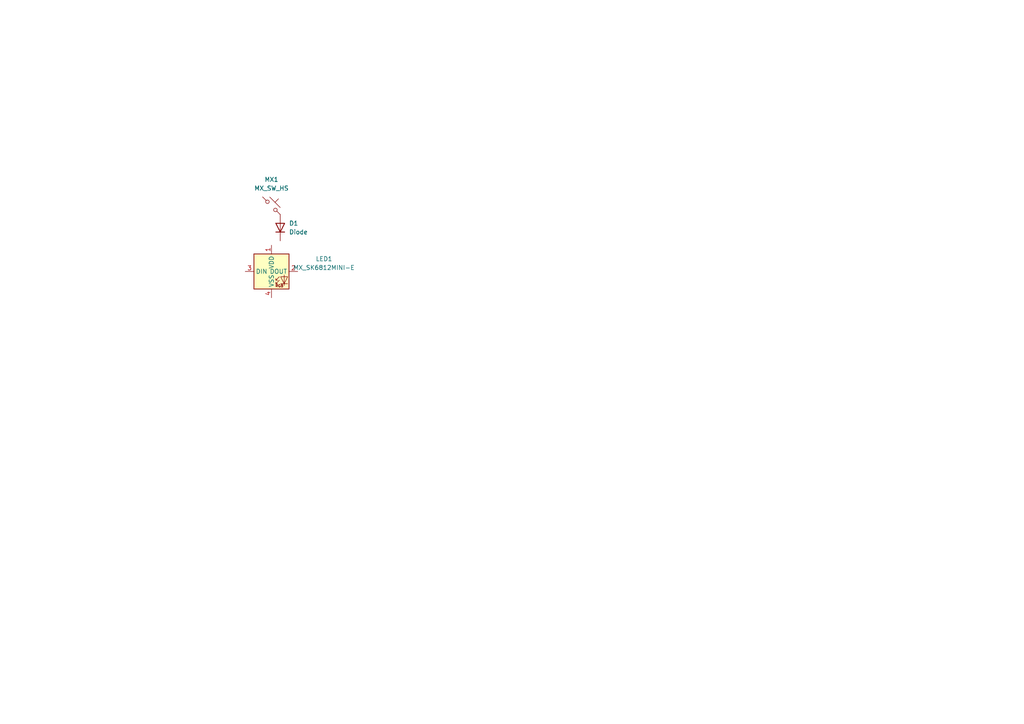
<source format=kicad_sch>
(kicad_sch (version 20230121) (generator eeschema)
  (paper "A4")
  (lib_symbols
    (symbol "PCM_marbastlib-mx:MX_SK6812MINI-E"
      (property "Reference" "LED" (at 3.175 6.35 0))
      (property "Value" "MX_SK6812MINI-E" (at 10.16 -6.985 0))
      (symbol "MX_SK6812MINI-E_0_0"
        (text "RGB" (at 2.286 -4.191 0) (effects (font (size 0.762 0.762))))
      )
      (symbol "MX_SK6812MINI-E_0_1"
        (rectangle (start -5.08 5.08) (end 5.08 -5.08) (stroke (width 0.254)) (fill (type background)))
        (polyline (pts (xy 1.27 -3.556) (xy 1.778 -3.556)))
        (polyline (pts (xy 1.27 -2.54) (xy 1.778 -2.54)))
        (polyline (pts (xy 4.699 -3.556) (xy 2.667 -3.556)))
        (polyline (pts (xy 2.286 -2.54) (xy 1.27 -3.556) (xy 1.27 -3.048)))
        (polyline (pts (xy 2.286 -1.524) (xy 1.27 -2.54) (xy 1.27 -2.032)))
        (polyline (pts (xy 3.683 -1.016) (xy 3.683 -3.556) (xy 3.683 -4.064)))
        (polyline (pts (xy 4.699 -1.524) (xy 2.667 -1.524) (xy 3.683 -3.556) (xy 4.699 -1.524)))
      )
      (symbol "MX_SK6812MINI-E_1_1"
        (pin power_in line (at 0 7.62 270) (length 2.54) (name "VDD") (number "1"))
        (pin output line (at 7.62 0 180) (length 2.54) (name "DOUT") (number "2"))
        (pin input line (at -7.62 0 0) (length 2.54) (name "DIN") (number "3"))
        (pin power_in line (at 0 -7.62 90) (length 2.54) (name "VSS") (number "4"))
      )
    )
    (symbol "PCM_marbastlib-mx:MX_SW_HS" (pin_numbers hide) (pin_names (offset 1.016) hide)
      (property "Reference" "MX" (at 3.048 1.016 0))
      (property "Value" "MX_SW_HS" (at 0 -3.81 0))
      (symbol "MX_SW_HS_0_1"
        (circle (center -1.1684 1.1684) (radius 0.508))
        (polyline (pts (xy -0.508 2.54) (xy 2.54 -0.508)))
        (polyline (pts (xy 1.016 1.016) (xy 2.032 2.032)))
        (polyline (pts (xy -2.54 2.54) (xy -1.524 1.524) (xy -1.524 1.524)))
        (polyline (pts (xy 1.524 -1.524) (xy 2.54 -2.54) (xy 2.54 -2.54) (xy 2.54 -2.54)))
        (circle (center 1.143 -1.1938) (radius 0.508))
        (pin passive line (at -2.54 2.54 0) (length 0) (name "1") (number "1"))
        (pin passive line (at 2.54 -2.54 180) (length 0) (name "2") (number "2"))
      )
    )
    (symbol "ScottoKeebs:Placeholder_Diode" (pin_numbers hide) (pin_names hide)
      (property "Reference" "D" (at 0 2.54 0))
      (property "Value" "Diode" (at 0 -2.54 0))
      (symbol "Placeholder_Diode_0_1"
        (polyline (pts (xy -1.27 1.27) (xy -1.27 -1.27)) (stroke (width 0.254)))
        (polyline (pts (xy 1.27 0) (xy -1.27 0)))
        (polyline (pts (xy 1.27 1.27) (xy 1.27 -1.27) (xy -1.27 0) (xy 1.27 1.27)) (stroke (width 0.254)))
      )
      (symbol "Placeholder_Diode_1_1"
        (pin passive line (at -3.81 0 0) (length 2.54) (name "K") (number "1"))
        (pin passive line (at 3.81 0 180) (length 2.54) (name "A") (number "2"))
      )
    )
  )
  (symbol (lib_id "ScottoKeebs:Placeholder_Diode") (at 81.28 66.04 90) (unit 1)
    (property "Reference" "D1" (at 83.82 64.77 90) (effects (justify right)))
    (property "Value" "Diode" (at 83.82 67.31 90) (effects (justify right)))
    (property "Sim.Device" "D" (effects hide))
    (property "Sim.Pins" "1=K 2=A" (effects hide))
  )
  (symbol (lib_id "PCM_marbastlib-mx:MX_SK6812MINI-E") (at 78.74 78.74 0) (unit 1)
    (property "Reference" "LED1" (at 93.98 75.0921 0))
    (property "Value" "MX_SK6812MINI-E" (at 93.98 77.6321 0))
    (property "Footprint" "PCM_marbastlib-mx:LED_MX_6028R" (effects hide))
  )
  (symbol (lib_id "PCM_marbastlib-mx:MX_SW_HS") (at 78.74 59.69 0) (unit 1)
    (property "Reference" "MX1" (at 78.74 52.07 0))
    (property "Value" "MX_SW_HS" (at 78.74 54.61 0))
    (property "Footprint" "PCM_marbastlib-mx:SW_MX_HS_1u" (effects hide))
  )
)
</source>
